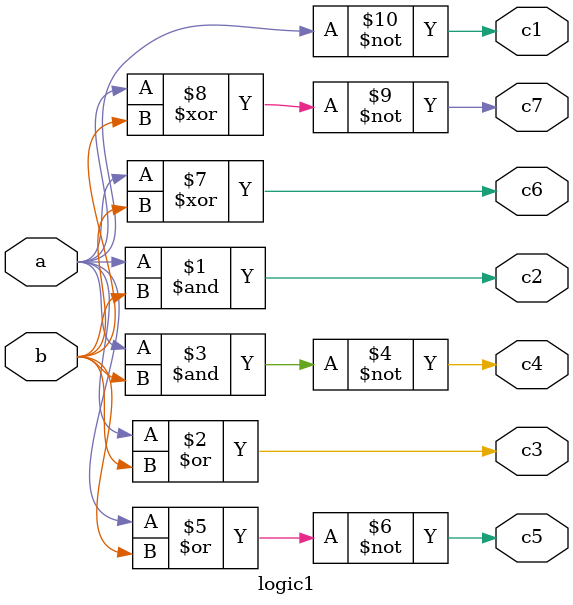
<source format=v>
module logic1(a,b,c1,c2,c3,c4,c5,c6,c7); 
input a,b; 
output c1,c2,c3,c4,c5,c6,c7; 
not g1(c1,a); 
and g2(c2,a,b); 
or g3(c3,a,b); 
nand g4(c4,a,b); 
nor g5(c5,a,b); 
xor g6(c6,a,b); 
xnor g7(c7,a,b); 
endmodule
</source>
